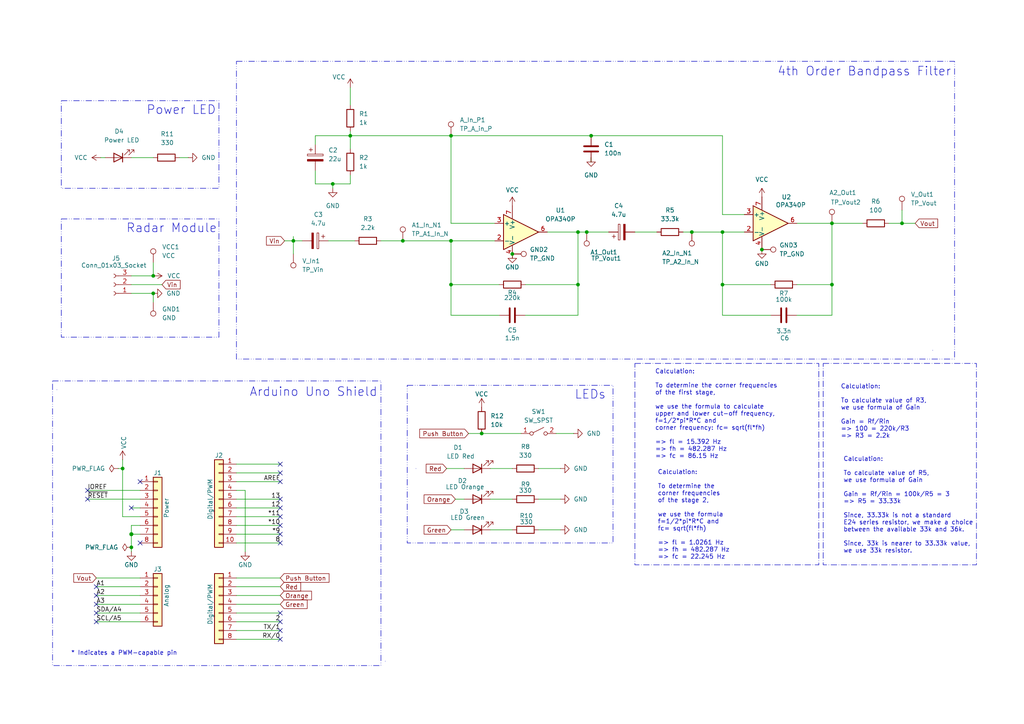
<source format=kicad_sch>
(kicad_sch (version 20231120) (generator "eeschema") (generator_version "8.0")
  (paper "A4")
  (title_block (title "4th Order Bandpass Filter") (date "2024-04-23") (rev "v1.0") (company "Hochschule Darmstadt") (comment 1 "Author: Zaki Sadique"))
  (lib_symbols
    (symbol "Amplifier_Operational:OPA340P" (pin_names (offset 0.127))
      (property "Reference" "U" (at 0 6.35 0))
      (property "Value" "OPA340P" (at 0 3.81 0))
      (symbol "OPA340P_0_1"
        (polyline (pts (xy -5.08 5.08) (xy 5.08 0) (xy -5.08 -5.08) (xy -5.08 5.08)) (stroke (width 0.254)) (fill (type background)))
      )
      (symbol "OPA340P_1_1"
        (pin no_connect line (at -5.08 -2.54 90) (length 2.54) hide (name "NC") (number "1"))
        (pin input line (at -7.62 -2.54 0) (length 2.54) (name "-") (number "2"))
        (pin input line (at -7.62 2.54 0) (length 2.54) (name "+") (number "3"))
        (pin power_in line (at -2.54 -7.62 90) (length 3.81) (name "V-") (number "4"))
        (pin no_connect line (at -2.54 -2.54 90) (length 2.54) hide (name "NC") (number "5"))
        (pin output line (at 7.62 0 180) (length 2.54) (name "~") (number "6"))
        (pin power_in line (at -2.54 7.62 270) (length 3.81) (name "V+") (number "7"))
        (pin no_connect line (at 0 -2.54 90) (length 2.54) hide (name "NC") (number "8"))
      )
    )
    (symbol "Connector:Conn_01x03_Socket" (pin_names (offset 1.016) hide)
      (property "Reference" "J" (at 0 5.08 0))
      (property "Value" "Conn_01x03_Socket" (at 0 -5.08 0))
      (symbol "Conn_01x03_Socket_1_1"
        (arc (start 0 -2.032) (mid -0.5058 -2.54) (end 0 -3.048) (stroke (width 0.1524)))
        (polyline (pts (xy -1.27 -2.54) (xy -0.508 -2.54)) (stroke (width 0.1524)))
        (polyline (pts (xy -1.27 0) (xy -0.508 0)) (stroke (width 0.1524)))
        (polyline (pts (xy -1.27 2.54) (xy -0.508 2.54)) (stroke (width 0.1524)))
        (arc (start 0 0.508) (mid -0.5058 0) (end 0 -0.508) (stroke (width 0.1524)))
        (arc (start 0 3.048) (mid -0.5058 2.54) (end 0 2.032) (stroke (width 0.1524)))
        (pin passive line (at -5.08 2.54 0) (length 3.81) (name "Pin_1") (number "1"))
        (pin passive line (at -5.08 0 0) (length 3.81) (name "Pin_2") (number "2"))
        (pin passive line (at -5.08 -2.54 0) (length 3.81) (name "Pin_3") (number "3"))
      )
    )
    (symbol "Connector:TestPoint" (pin_numbers hide) (pin_names (offset 0.762) hide)
      (property "Reference" "TP" (at 0 6.858 0))
      (property "Value" "TestPoint" (at 0 5.08 0))
      (symbol "TestPoint_0_1"
        (circle (center 0 3.302) (radius 0.762))
      )
      (symbol "TestPoint_1_1"
        (pin passive line (at 0 0 90) (length 2.54) (name "1") (number "1"))
      )
    )
    (symbol "Connector_Generic:Conn_01x06" (pin_names (offset 1.016) hide)
      (property "Reference" "J" (at 0 7.62 0))
      (property "Value" "Conn_01x06" (at 0 -10.16 0))
      (symbol "Conn_01x06_1_1"
        (rectangle (start -1.27 -7.493) (end 0 -7.747) (stroke (width 0.1524)))
        (rectangle (start -1.27 -4.953) (end 0 -5.207) (stroke (width 0.1524)))
        (rectangle (start -1.27 -2.413) (end 0 -2.667) (stroke (width 0.1524)))
        (rectangle (start -1.27 0.127) (end 0 -0.127) (stroke (width 0.1524)))
        (rectangle (start -1.27 2.667) (end 0 2.413) (stroke (width 0.1524)))
        (rectangle (start -1.27 5.207) (end 0 4.953) (stroke (width 0.1524)))
        (rectangle (start -1.27 6.35) (end 1.27 -8.89) (stroke (width 0.254)) (fill (type background)))
        (pin passive line (at -5.08 5.08 0) (length 3.81) (name "Pin_1") (number "1"))
        (pin passive line (at -5.08 2.54 0) (length 3.81) (name "Pin_2") (number "2"))
        (pin passive line (at -5.08 0 0) (length 3.81) (name "Pin_3") (number "3"))
        (pin passive line (at -5.08 -2.54 0) (length 3.81) (name "Pin_4") (number "4"))
        (pin passive line (at -5.08 -5.08 0) (length 3.81) (name "Pin_5") (number "5"))
        (pin passive line (at -5.08 -7.62 0) (length 3.81) (name "Pin_6") (number "6"))
      )
    )
    (symbol "Connector_Generic:Conn_01x08" (pin_names (offset 1.016) hide)
      (property "Reference" "J" (at 0 10.16 0))
      (property "Value" "Conn_01x08" (at 0 -12.7 0))
      (symbol "Conn_01x08_1_1"
        (rectangle (start -1.27 -10.033) (end 0 -10.287) (stroke (width 0.1524)))
        (rectangle (start -1.27 -7.493) (end 0 -7.747) (stroke (width 0.1524)))
        (rectangle (start -1.27 -4.953) (end 0 -5.207) (stroke (width 0.1524)))
        (rectangle (start -1.27 -2.413) (end 0 -2.667) (stroke (width 0.1524)))
        (rectangle (start -1.27 0.127) (end 0 -0.127) (stroke (width 0.1524)))
        (rectangle (start -1.27 2.667) (end 0 2.413) (stroke (width 0.1524)))
        (rectangle (start -1.27 5.207) (end 0 4.953) (stroke (width 0.1524)))
        (rectangle (start -1.27 7.747) (end 0 7.493) (stroke (width 0.1524)))
        (rectangle (start -1.27 8.89) (end 1.27 -11.43) (stroke (width 0.254)) (fill (type background)))
        (pin passive line (at -5.08 7.62 0) (length 3.81) (name "Pin_1") (number "1"))
        (pin passive line (at -5.08 5.08 0) (length 3.81) (name "Pin_2") (number "2"))
        (pin passive line (at -5.08 2.54 0) (length 3.81) (name "Pin_3") (number "3"))
        (pin passive line (at -5.08 0 0) (length 3.81) (name "Pin_4") (number "4"))
        (pin passive line (at -5.08 -2.54 0) (length 3.81) (name "Pin_5") (number "5"))
        (pin passive line (at -5.08 -5.08 0) (length 3.81) (name "Pin_6") (number "6"))
        (pin passive line (at -5.08 -7.62 0) (length 3.81) (name "Pin_7") (number "7"))
        (pin passive line (at -5.08 -10.16 0) (length 3.81) (name "Pin_8") (number "8"))
      )
    )
    (symbol "Connector_Generic:Conn_01x10" (pin_names (offset 1.016) hide)
      (property "Reference" "J" (at 0 12.7 0))
      (property "Value" "Conn_01x10" (at 0 -15.24 0))
      (symbol "Conn_01x10_1_1"
        (rectangle (start -1.27 -12.573) (end 0 -12.827) (stroke (width 0.1524)))
        (rectangle (start -1.27 -10.033) (end 0 -10.287) (stroke (width 0.1524)))
        (rectangle (start -1.27 -7.493) (end 0 -7.747) (stroke (width 0.1524)))
        (rectangle (start -1.27 -4.953) (end 0 -5.207) (stroke (width 0.1524)))
        (rectangle (start -1.27 -2.413) (end 0 -2.667) (stroke (width 0.1524)))
        (rectangle (start -1.27 0.127) (end 0 -0.127) (stroke (width 0.1524)))
        (rectangle (start -1.27 2.667) (end 0 2.413) (stroke (width 0.1524)))
        (rectangle (start -1.27 5.207) (end 0 4.953) (stroke (width 0.1524)))
        (rectangle (start -1.27 7.747) (end 0 7.493) (stroke (width 0.1524)))
        (rectangle (start -1.27 10.287) (end 0 10.033) (stroke (width 0.1524)))
        (rectangle (start -1.27 11.43) (end 1.27 -13.97) (stroke (width 0.254)) (fill (type background)))
        (pin passive line (at -5.08 10.16 0) (length 3.81) (name "Pin_1") (number "1"))
        (pin passive line (at -5.08 -12.7 0) (length 3.81) (name "Pin_10") (number "10"))
        (pin passive line (at -5.08 7.62 0) (length 3.81) (name "Pin_2") (number "2"))
        (pin passive line (at -5.08 5.08 0) (length 3.81) (name "Pin_3") (number "3"))
        (pin passive line (at -5.08 2.54 0) (length 3.81) (name "Pin_4") (number "4"))
        (pin passive line (at -5.08 0 0) (length 3.81) (name "Pin_5") (number "5"))
        (pin passive line (at -5.08 -2.54 0) (length 3.81) (name "Pin_6") (number "6"))
        (pin passive line (at -5.08 -5.08 0) (length 3.81) (name "Pin_7") (number "7"))
        (pin passive line (at -5.08 -7.62 0) (length 3.81) (name "Pin_8") (number "8"))
        (pin passive line (at -5.08 -10.16 0) (length 3.81) (name "Pin_9") (number "9"))
      )
    )
    (symbol "Device:C" (pin_numbers hide) (pin_names (offset 0.254))
      (property "Reference" "C" (at 0.635 2.54 0))
      (property "Value" "C" (at 0.635 -2.54 0))
      (symbol "C_0_1"
        (polyline (pts (xy -2.032 -0.762) (xy 2.032 -0.762)) (stroke (width 0.508)))
        (polyline (pts (xy -2.032 0.762) (xy 2.032 0.762)) (stroke (width 0.508)))
      )
      (symbol "C_1_1"
        (pin passive line (at 0 3.81 270) (length 2.794) (name "~") (number "1"))
        (pin passive line (at 0 -3.81 90) (length 2.794) (name "~") (number "2"))
      )
    )
    (symbol "Device:C_Polarized" (pin_numbers hide) (pin_names (offset 0.254))
      (property "Reference" "C" (at 0.635 2.54 0))
      (property "Value" "C_Polarized" (at 0.635 -2.54 0))
      (symbol "C_Polarized_0_1"
        (rectangle (start -2.286 0.508) (end 2.286 1.016))
        (polyline (pts (xy -1.778 2.286) (xy -0.762 2.286)))
        (polyline (pts (xy -1.27 2.794) (xy -1.27 1.778)))
        (rectangle (start 2.286 -0.508) (end -2.286 -1.016) (fill (type outline)))
      )
      (symbol "C_Polarized_1_1"
        (pin passive line (at 0 3.81 270) (length 2.794) (name "~") (number "1"))
        (pin passive line (at 0 -3.81 90) (length 2.794) (name "~") (number "2"))
      )
    )
    (symbol "Device:LED" (pin_numbers hide) (pin_names (offset 1.016) hide)
      (property "Reference" "D" (at 0 2.54 0))
      (property "Value" "LED" (at 0 -2.54 0))
      (symbol "LED_0_1"
        (polyline (pts (xy -1.27 -1.27) (xy -1.27 1.27)) (stroke (width 0.254)))
        (polyline (pts (xy -1.27 0) (xy 1.27 0)))
        (polyline (pts (xy 1.27 -1.27) (xy 1.27 1.27) (xy -1.27 0) (xy 1.27 -1.27)) (stroke (width 0.254)))
        (polyline (pts (xy -3.048 -0.762) (xy -4.572 -2.286) (xy -3.81 -2.286) (xy -4.572 -2.286) (xy -4.572 -1.524)))
        (polyline (pts (xy -1.778 -0.762) (xy -3.302 -2.286) (xy -2.54 -2.286) (xy -3.302 -2.286) (xy -3.302 -1.524)))
      )
      (symbol "LED_1_1"
        (pin passive line (at -3.81 0 0) (length 2.54) (name "K") (number "1"))
        (pin passive line (at 3.81 0 180) (length 2.54) (name "A") (number "2"))
      )
    )
    (symbol "Device:R" (pin_numbers hide) (pin_names (offset 0))
      (property "Reference" "R" (at 2.032 0 90))
      (property "Value" "R" (at 0 0 90))
      (symbol "R_0_1"
        (rectangle (start -1.016 -2.54) (end 1.016 2.54) (stroke (width 0.254)))
      )
      (symbol "R_1_1"
        (pin passive line (at 0 3.81 270) (length 1.27) (name "~") (number "1"))
        (pin passive line (at 0 -3.81 90) (length 1.27) (name "~") (number "2"))
      )
    )
    (symbol "GND_1" (power) (pin_numbers hide) (pin_names (offset 0) hide)
      (property "Value" "GND" (at 0 -3.81 0))
      (symbol "GND_1_0_1"
        (polyline (pts (xy 0 0) (xy 0 -1.27) (xy 1.27 -1.27) (xy 0 -2.54) (xy -1.27 -1.27) (xy 0 -1.27)))
      )
      (symbol "GND_1_1_1"
        (pin power_in line (at 0 0 270) (length 0) (name "~") (number "1"))
      )
    )
    (symbol "GND_2" (power) (pin_numbers hide) (pin_names (offset 0) hide)
      (property "Value" "GND" (at 0 -3.81 0))
      (symbol "GND_2_0_1"
        (polyline (pts (xy 0 0) (xy 0 -1.27) (xy 1.27 -1.27) (xy 0 -2.54) (xy -1.27 -1.27) (xy 0 -1.27)))
      )
      (symbol "GND_2_1_1"
        (pin power_in line (at 0 0 270) (length 0) (name "~") (number "1"))
      )
    )
    (symbol "GND_3" (power) (pin_numbers hide) (pin_names (offset 0) hide)
      (property "Value" "GND" (at 0 -3.81 0))
      (symbol "GND_3_0_1"
        (polyline (pts (xy 0 0) (xy 0 -1.27) (xy 1.27 -1.27) (xy 0 -2.54) (xy -1.27 -1.27) (xy 0 -1.27)))
      )
      (symbol "GND_3_1_1"
        (pin power_in line (at 0 0 270) (length 0) (name "~") (number "1"))
      )
    )
    (symbol "GND_4" (power) (pin_numbers hide) (pin_names (offset 0) hide)
      (property "Value" "GND" (at 0 -3.81 0))
      (symbol "GND_4_0_1"
        (polyline (pts (xy 0 0) (xy 0 -1.27) (xy 1.27 -1.27) (xy 0 -2.54) (xy -1.27 -1.27) (xy 0 -1.27)))
      )
      (symbol "GND_4_1_1"
        (pin power_in line (at 0 0 270) (length 0) (name "~") (number "1"))
      )
    )
    (symbol "GND_5" (power) (pin_numbers hide) (pin_names (offset 0) hide)
      (property "Value" "GND" (at 0 -3.81 0))
      (symbol "GND_5_0_1"
        (polyline (pts (xy 0 0) (xy 0 -1.27) (xy 1.27 -1.27) (xy 0 -2.54) (xy -1.27 -1.27) (xy 0 -1.27)))
      )
      (symbol "GND_5_1_1"
        (pin power_in line (at 0 0 270) (length 0) (name "~") (number "1"))
      )
    )
    (symbol "Switch:SW_SPST" (pin_names (offset 0) hide)
      (property "Reference" "SW" (at 0 3.175 0))
      (property "Value" "SW_SPST" (at 0 -2.54 0))
      (symbol "SW_SPST_0_0"
        (circle (center -2.032 0) (radius 0.508))
        (polyline (pts (xy -1.524 0.254) (xy 1.524 1.778)))
        (circle (center 2.032 0) (radius 0.508))
      )
      (symbol "SW_SPST_1_1"
        (pin passive line (at -5.08 0 0) (length 2.54) (name "A") (number "1"))
        (pin passive line (at 5.08 0 180) (length 2.54) (name "B") (number "2"))
      )
    )
    (symbol "VCC_1" (power) (pin_numbers hide) (pin_names (offset 0) hide)
      (property "Value" "VCC" (at 0 3.556 0))
      (symbol "VCC_1_0_1"
        (polyline (pts (xy -0.762 1.27) (xy 0 2.54)))
        (polyline (pts (xy 0 0) (xy 0 2.54)))
        (polyline (pts (xy 0 2.54) (xy 0.762 1.27)))
      )
      (symbol "VCC_1_1_1"
        (pin power_in line (at 0 0 90) (length 0) (name "~") (number "1"))
      )
    )
    (symbol "power:+5V" (power) (pin_numbers hide) (pin_names (offset 0) hide)
      (property "Value" "+5V" (at 0 3.556 0))
      (symbol "+5V_0_1"
        (polyline (pts (xy -0.762 1.27) (xy 0 2.54)))
        (polyline (pts (xy 0 0) (xy 0 2.54)))
        (polyline (pts (xy 0 2.54) (xy 0.762 1.27)))
      )
      (symbol "+5V_1_1"
        (pin power_in line (at 0 0 90) (length 0) (name "~") (number "1"))
      )
    )
    (symbol "power:GND" (power) (pin_numbers hide) (pin_names (offset 0) hide)
      (property "Value" "GND" (at 0 -3.81 0))
      (symbol "GND_0_1"
        (polyline (pts (xy 0 0) (xy 0 -1.27) (xy 1.27 -1.27) (xy 0 -2.54) (xy -1.27 -1.27) (xy 0 -1.27)))
      )
      (symbol "GND_1_1"
        (pin power_in line (at 0 0 270) (length 0) (name "~") (number "1"))
      )
    )
    (symbol "power:PWR_FLAG" (power) (pin_numbers hide) (pin_names (offset 0) hide)
      (property "Value" "PWR_FLAG" (at 0 3.81 0))
      (symbol "PWR_FLAG_0_0"
        (pin power_out line (at 0 0 90) (length 0) (name "~") (number "1"))
      )
      (symbol "PWR_FLAG_0_1"
        (polyline (pts (xy 0 0) (xy 0 1.27) (xy -1.016 1.905) (xy 0 2.54) (xy 1.016 1.905) (xy 0 1.27)))
      )
    )
    (symbol "power:VCC" (power) (pin_numbers hide) (pin_names (offset 0) hide)
      (property "Value" "VCC" (at 0 3.556 0))
      (symbol "VCC_0_1"
        (polyline (pts (xy -0.762 1.27) (xy 0 2.54)))
        (polyline (pts (xy 0 0) (xy 0 2.54)))
        (polyline (pts (xy 0 2.54) (xy 0.762 1.27)))
      )
      (symbol "VCC_1_1"
        (pin power_in line (at 0 0 90) (length 0) (name "~") (number "1"))
      )
    )
  )
  (junction (at 170.18 67.31))
  (junction (at 35.56 135.89))
  (junction (at 85.09 69.85))
  (junction (at 130.81 69.85))
  (junction (at 38.1 158.75))
  (junction (at 139.7 125.73))
  (junction (at 38.1 154.94) (diameter 1.016))
  (junction (at 241.3 82.55))
  (junction (at 148.59 73.66))
  (junction (at 200.66 67.31))
  (junction (at 130.81 39.37))
  (junction (at 241.3 64.77))
  (junction (at 167.64 67.31))
  (junction (at 44.45 80.01))
  (junction (at 171.45 39.37))
  (junction (at 209.55 82.55))
  (junction (at 209.55 67.31))
  (junction (at 130.81 82.55))
  (junction (at 220.98 72.39))
  (junction (at 96.52 53.34))
  (junction (at 116.84 69.85))
  (junction (at 261.62 64.77))
  (junction (at 167.64 82.55))
  (junction (at 44.45 85.09))
  (junction (at 101.6 39.37))
  (no_connect (at 81.28 147.32))
  (no_connect (at 81.28 154.94))
  (no_connect (at 81.28 177.8))
  (no_connect (at 38.1 147.32))
  (no_connect (at 81.28 137.16))
  (no_connect (at 27.94 170.18))
  (no_connect (at 27.94 177.8))
  (no_connect (at 81.28 180.34))
  (no_connect (at 81.28 144.78))
  (no_connect (at 40.64 157.48))
  (no_connect (at 81.28 139.7))
  (no_connect (at 81.28 157.48))
  (no_connect (at 27.94 172.72))
  (no_connect (at 25.4 142.24))
  (no_connect (at 27.94 180.34))
  (no_connect (at 81.28 149.86))
  (no_connect (at 81.28 134.62))
  (no_connect (at 40.64 139.7))
  (no_connect (at 81.28 182.88))
  (no_connect (at 81.28 152.4))
  (no_connect (at 25.4 144.78))
  (no_connect (at 27.94 175.26))
  (no_connect (at 81.28 185.42))
  (wire (pts (xy 68.58 185.42) (xy 81.28 185.42)))
  (wire (pts (xy 68.58 152.4) (xy 81.28 152.4)))
  (wire (pts (xy 44.45 76.2) (xy 44.45 80.01)))
  (wire (pts (xy 110.49 69.85) (xy 116.84 69.85)))
  (wire (pts (xy 68.58 134.62) (xy 81.28 134.62)))
  (wire (pts (xy 85.09 69.85) (xy 87.63 69.85)))
  (wire (pts (xy 161.29 125.73) (xy 166.37 125.73)))
  (wire (pts (xy 130.81 64.77) (xy 143.51 64.77)))
  (wire (pts (xy 171.45 46.99) (xy 171.45 45.72)))
  (wire (pts (xy 38.1 152.4) (xy 38.1 154.94)))
  (wire (pts (xy 129.54 135.89) (xy 134.62 135.89)))
  (wire (pts (xy 96.52 54.61) (xy 96.52 53.34)))
  (wire (pts (xy 101.6 38.1) (xy 101.6 39.37)))
  (wire (pts (xy 54.61 45.72) (xy 52.07 45.72)))
  (wire (pts (xy 85.09 69.85) (xy 85.09 68.58)))
  (wire (pts (xy 223.52 91.44) (xy 209.55 91.44)))
  (wire (pts (xy 38.1 85.09) (xy 44.45 85.09)))
  (wire (pts (xy 27.94 180.34) (xy 40.64 180.34)))
  (wire (pts (xy 95.25 69.85) (xy 102.87 69.85)))
  (wire (pts (xy 162.56 153.67) (xy 156.21 153.67)))
  (wire (pts (xy 101.6 39.37) (xy 101.6 43.18)))
  (wire (pts (xy 91.44 39.37) (xy 91.44 41.91)))
  (wire (pts (xy 223.52 82.55) (xy 209.55 82.55)))
  (wire (pts (xy 130.81 64.77) (xy 130.81 39.37)))
  (wire (pts (xy 261.62 60.96) (xy 261.62 64.77)))
  (wire (pts (xy 209.55 67.31) (xy 215.9 67.31)))
  (wire (pts (xy 38.1 154.94) (xy 38.1 158.75)))
  (wire (pts (xy 152.4 91.44) (xy 167.64 91.44)))
  (wire (pts (xy 231.14 91.44) (xy 241.3 91.44)))
  (wire (pts (xy 38.1 45.72) (xy 44.45 45.72)))
  (wire (pts (xy 38.1 147.32) (xy 40.64 147.32)))
  (wire (pts (xy 200.66 67.31) (xy 209.55 67.31)))
  (wire (pts (xy 35.56 149.86) (xy 40.64 149.86)))
  (wire (pts (xy 101.6 39.37) (xy 130.81 39.37)))
  (wire (pts (xy 134.62 153.67) (xy 130.81 153.67)))
  (wire (pts (xy 241.3 64.77) (xy 241.3 82.55)))
  (wire (pts (xy 144.78 82.55) (xy 130.81 82.55)))
  (wire (pts (xy 91.44 53.34) (xy 96.52 53.34)))
  (wire (pts (xy 44.45 87.63) (xy 44.45 85.09)))
  (wire (pts (xy 91.44 49.53) (xy 91.44 53.34)))
  (wire (pts (xy 130.81 69.85) (xy 130.81 82.55)))
  (wire (pts (xy 68.58 144.78) (xy 81.28 144.78)))
  (wire (pts (xy 142.24 135.89) (xy 148.59 135.89)))
  (wire (pts (xy 144.78 91.44) (xy 130.81 91.44)))
  (wire (pts (xy 35.56 133.35) (xy 35.56 135.89)))
  (wire (pts (xy 38.1 80.01) (xy 44.45 80.01)))
  (wire (pts (xy 68.58 167.64) (xy 81.28 167.64)))
  (wire (pts (xy 40.64 167.64) (xy 27.94 167.64)))
  (wire (pts (xy 68.58 147.32) (xy 81.28 147.32)))
  (wire (pts (xy 68.58 170.18) (xy 81.28 170.18)))
  (wire (pts (xy 91.44 39.37) (xy 101.6 39.37)))
  (wire (pts (xy 167.64 82.55) (xy 167.64 91.44)))
  (wire (pts (xy 231.14 82.55) (xy 241.3 82.55)))
  (wire (pts (xy 101.6 25.4) (xy 101.6 30.48)))
  (wire (pts (xy 158.75 67.31) (xy 167.64 67.31)))
  (wire (pts (xy 68.58 154.94) (xy 81.28 154.94)))
  (wire (pts (xy 215.9 62.23) (xy 209.55 62.23)))
  (wire (pts (xy 261.62 64.77) (xy 265.43 64.77)))
  (wire (pts (xy 68.58 175.26) (xy 81.28 175.26)))
  (wire (pts (xy 38.1 82.55) (xy 46.99 82.55)))
  (wire (pts (xy 25.4 142.24) (xy 40.64 142.24)))
  (wire (pts (xy 85.09 69.85) (xy 85.09 73.66)))
  (wire (pts (xy 139.7 125.73) (xy 151.13 125.73)))
  (wire (pts (xy 71.12 142.24) (xy 71.12 160.02)))
  (wire (pts (xy 68.58 139.7) (xy 81.28 139.7)))
  (wire (pts (xy 209.55 62.23) (xy 209.55 39.37)))
  (wire (pts (xy 231.14 64.77) (xy 241.3 64.77)))
  (wire (pts (xy 241.3 64.77) (xy 250.19 64.77)))
  (wire (pts (xy 40.64 172.72) (xy 27.94 172.72)))
  (wire (pts (xy 25.4 144.78) (xy 40.64 144.78)))
  (wire (pts (xy 40.64 154.94) (xy 38.1 154.94)))
  (wire (pts (xy 130.81 82.55) (xy 130.81 91.44)))
  (wire (pts (xy 101.6 50.8) (xy 101.6 53.34)))
  (wire (pts (xy 162.56 135.89) (xy 156.21 135.89)))
  (wire (pts (xy 156.21 144.78) (xy 162.56 144.78)))
  (wire (pts (xy 167.64 67.31) (xy 170.18 67.31)))
  (wire (pts (xy 148.59 73.66) (xy 148.59 74.93)))
  (wire (pts (xy 27.94 170.18) (xy 40.64 170.18)))
  (wire (pts (xy 38.1 158.75) (xy 38.1 160.02)))
  (wire (pts (xy 35.56 135.89) (xy 35.56 149.86)))
  (wire (pts (xy 34.29 135.89) (xy 35.56 135.89)))
  (wire (pts (xy 142.24 144.78) (xy 148.59 144.78)))
  (wire (pts (xy 68.58 142.24) (xy 71.12 142.24)))
  (wire (pts (xy 40.64 152.4) (xy 38.1 152.4)))
  (wire (pts (xy 198.12 67.31) (xy 200.66 67.31)))
  (wire (pts (xy 184.15 67.31) (xy 190.5 67.31)))
  (wire (pts (xy 82.55 69.85) (xy 85.09 69.85)))
  (wire (pts (xy 68.58 149.86) (xy 81.28 149.86)))
  (wire (pts (xy 29.21 45.72) (xy 30.48 45.72)))
  (wire (pts (xy 68.58 172.72) (xy 81.28 172.72)))
  (wire (pts (xy 209.55 67.31) (xy 209.55 82.55)))
  (wire (pts (xy 27.94 175.26) (xy 40.64 175.26)))
  (wire (pts (xy 170.18 67.31) (xy 176.53 67.31)))
  (wire (pts (xy 116.84 69.85) (xy 130.81 69.85)))
  (wire (pts (xy 257.81 64.77) (xy 261.62 64.77)))
  (wire (pts (xy 241.3 82.55) (xy 241.3 91.44)))
  (wire (pts (xy 96.52 53.34) (xy 101.6 53.34)))
  (wire (pts (xy 68.58 137.16) (xy 81.28 137.16)))
  (wire (pts (xy 68.58 180.34) (xy 81.28 180.34)))
  (wire (pts (xy 135.89 125.73) (xy 139.7 125.73)))
  (wire (pts (xy 142.24 153.67) (xy 148.59 153.67)))
  (wire (pts (xy 152.4 82.55) (xy 167.64 82.55)))
  (wire (pts (xy 68.58 177.8) (xy 81.28 177.8)))
  (wire (pts (xy 132.08 144.78) (xy 134.62 144.78)))
  (wire (pts (xy 167.64 67.31) (xy 167.64 82.55)))
  (wire (pts (xy 209.55 82.55) (xy 209.55 91.44)))
  (wire (pts (xy 130.81 39.37) (xy 171.45 39.37)))
  (wire (pts (xy 130.81 69.85) (xy 143.51 69.85)))
  (wire (pts (xy 68.58 182.88) (xy 81.28 182.88)))
  (wire (pts (xy 171.45 39.37) (xy 209.55 39.37)))
  (wire (pts (xy 40.64 177.8) (xy 27.94 177.8)))
  (wire (pts (xy 68.58 157.48) (xy 81.28 157.48)))
  (rectangle (start 238.76 105.41) (end 283.21 163.83) (stroke (width 0) (type dash_dot)))
  (rectangle (start 104.14 193.04) (end 104.14 193.04))
  (rectangle (start 16.51 113.03) (end 16.51 113.03))
  (rectangle (start 111.76 191.77) (end 111.76 191.77))
  (rectangle (start 184.15 105.41) (end 237.49 163.83) (stroke (width 0) (type dash_dot)))
  (rectangle (start 118.11 111.76) (end 177.8 157.48) (stroke (width 0) (type dash_dot_dot)))
  (rectangle (start 120.65 135.89) (end 120.65 135.89))
  (rectangle (start 17.78 63.5) (end 63.5 97.79) (stroke (width 0) (type dash_dot_dot)))
  (rectangle (start 237.49 163.83) (end 237.49 163.83))
  (rectangle (start 270.51 101.6) (end 270.51 101.6))
  (rectangle (start 15.24 110.49) (end 110.49 193.04) (stroke (width 0) (type dash_dot_dot)))
  (rectangle (start 17.78 29.21) (end 63.5 54.61) (stroke (width 0) (type dash_dot_dot)))
  (rectangle (start 68.58 17.78) (end 276.86 104.14) (stroke (width 0) (type dash_dot_dot)))
  (text "Radar Module" (at 49.784 66.294 0) (effects (font (size 2.54 2.54))))
  (text "Calculation:\n\nTo calculate value of R3, \nwe use formula of Gain\n\nGain = Rf/Rin \n=> 100 = 220k/R3\n=> R3 = 2.2k" (at 243.84 119.38 0) (effects (font (size 1.27 1.27)) (justify left)))
  (text "Calculation:\n\nTo determine the \ncorner frequencies\nof the stage 2,\n\nwe use the formula\nf=1/2*pi*R*C and \nfc= sqrt(fl*fh)\n\n=> fl = 1.0261 Hz\n=> fh = 482.287 Hz\n=> fc = 22.245 Hz" (at 190.754 149.352 0) (effects (font (size 1.27 1.27)) (justify left)))
  (text "LEDs" (at 171.196 114.554 0) (effects (font (size 2.54 2.54))))
  (text "Calculation:\n\nTo determine the corner frequencies\nof the first stage,\n\nwe use the formula to calculate\nupper and lower cut-off frequency,\nf=1/2*pi*R*C and \ncorner frequency: fc= sqrt(fl*fh)\n\n=> fl = 15.392 Hz\n=> fh = 482.287 Hz\n=> fc = 86.15 Hz" (at 189.992 120.142 0) (effects (font (size 1.27 1.27)) (justify left)))
  (text "Arduino Uno Shield" (at 90.932 113.792 0) (effects (font (size 2.54 2.54))))
  (text "Calculation:\n\nTo calculate value of R5, \nwe use formula of Gain\n\nGain = Rf/Rin = 100k/R5 = 3\n=> R5 = 33.33k\n\nSince, 33.33k is not a standard \nE24 series resistor, we make a choice \nbetween the available 33k and 36k.\n \nSince, 33k is nearer to 33.33k value, \nwe use 33k resistor." (at 244.602 146.558 0) (effects (font (size 1.27 1.27)) (justify left)))
  (text "Power LED" (at 52.578 32.004 0) (effects (font (size 2.54 2.54))))
  (text "* Indicates a PWM-capable pin" (at 20.574 190.246 0) (effects (font (size 1.27 1.27)) (justify left bottom)))
  (text "4th Order Bandpass Filter" (at 250.698 20.828 0) (effects (font (size 2.54 2.54))))
  (label "RX{slash}0" (at 81.28 185.42 180))
  (label "A2" (at 27.94 172.72 0))
  (label "2" (at 81.28 180.34 180))
  (label "A3" (at 27.94 175.26 0))
  (label "13" (at 81.28 144.78 180))
  (label "12" (at 81.28 147.32 180))
  (label "~{RESET}" (at 25.4 144.78 0))
  (label "*10" (at 81.28 152.4 180))
  (label "8" (at 81.28 157.48 180))
  (label "*11" (at 81.28 149.86 180))
  (label "A1" (at 27.94 170.18 0))
  (label "TX{slash}1" (at 81.28 182.88 180))
  (label "AREF" (at 81.28 139.7 180))
  (label "*9" (at 81.28 154.94 180))
  (label "IOREF" (at 25.4 142.24 0))
  (label "SDA{slash}A4" (at 27.94 177.8 0))
  (label "SCL{slash}A5" (at 27.94 180.34 0))
  (global_label "Push Button" (shape input) (at 81.28 167.64 0) (property "Intersheetrefs" "${INTERSHEET_REFS}" (effects (hide yes))))
  (global_label "Vout" (shape input) (at 265.43 64.77 0) (property "Intersheetrefs" "${INTERSHEET_REFS}" (effects (hide yes))))
  (global_label "Push Button" (shape input) (at 135.89 125.73 180) (property "Intersheetrefs" "${INTERSHEET_REFS}" (effects (hide yes))))
  (global_label "Red" (shape input) (at 81.28 170.18 0) (property "Intersheetrefs" "${INTERSHEET_REFS}" (effects (hide yes))))
  (global_label "Vin" (shape input) (at 82.55 69.85 180) (property "Intersheetrefs" "${INTERSHEET_REFS}" (effects (hide yes))))
  (global_label "Green" (shape input) (at 130.81 153.67 180) (property "Intersheetrefs" "${INTERSHEET_REFS}" (effects (hide yes))))
  (global_label "Red" (shape input) (at 129.54 135.89 180) (property "Intersheetrefs" "${INTERSHEET_REFS}" (effects (hide yes))))
  (global_label "Green" (shape input) (at 81.28 175.26 0) (property "Intersheetrefs" "${INTERSHEET_REFS}" (effects (hide yes))))
  (global_label "Vout" (shape input) (at 27.94 167.64 180) (property "Intersheetrefs" "${INTERSHEET_REFS}" (effects (hide yes))))
  (global_label "Orange" (shape input) (at 81.28 172.72 0) (property "Intersheetrefs" "${INTERSHEET_REFS}" (effects (hide yes))))
  (global_label "Vin" (shape input) (at 46.99 82.55 0) (property "Intersheetrefs" "${INTERSHEET_REFS}" (effects (hide yes))))
  (global_label "Orange" (shape input) (at 132.08 144.78 180) (property "Intersheetrefs" "${INTERSHEET_REFS}" (effects (hide yes))))
  (symbol (lib_id "Connector_Generic:Conn_01x08") (at 45.72 147.32 0) (unit 1)
    (property "Reference" "J1" (at 45.72 137.16 0))
    (property "Value" "Power" (at 48.26 147.32 90))
    (property "Footprint" "Connector_PinHeader_2.54mm:PinHeader_1x08_P2.54mm_Vertical" (effects (hide yes)))
  )
  (symbol (lib_id "power:+5V") (at 35.56 133.35 0) (unit 1)
    (property "Reference" "#PWR02" (effects (hide yes)))
    (property "Value" "VCC" (at 35.9156 130.302 90) (effects (justify left)))
    (property "Description" "Power symbol creates a global label with name \"+5V\"" (effects (hide yes)))
  )
  (symbol (lib_name "GND_5") (lib_id "power:GND") (at 38.1 160.02 0) (unit 1)
    (property "Reference" "#PWR04" (effects (hide yes)))
    (property "Value" "GND" (at 38.1 163.83 0))
    (property "Description" "Power symbol creates a global label with name \"GND\" , ground" (effects (hide yes)))
  )
  (symbol (lib_id "Connector_Generic:Conn_01x10") (at 63.5 144.78 0) (mirror y) (unit 1)
    (property "Reference" "J2" (at 63.5 132.08 0))
    (property "Value" "Digital/PWM" (at 60.96 144.78 90))
    (property "Footprint" "Connector_PinHeader_2.54mm:PinHeader_1x10_P2.54mm_Vertical" (effects (hide yes)))
  )
  (symbol (lib_id "power:GND") (at 71.12 160.02 0) (unit 1)
    (property "Reference" "#PWR05" (effects (hide yes)))
    (property "Value" "GND" (at 71.12 163.83 0))
    (property "Description" "Power symbol creates a global label with name \"GND\" , ground" (effects (hide yes)))
  )
  (symbol (lib_id "Connector_Generic:Conn_01x06") (at 45.72 172.72 0) (unit 1)
    (property "Reference" "J3" (at 45.72 165.1 0))
    (property "Value" "Analog" (at 48.26 172.72 90))
    (property "Footprint" "Connector_PinHeader_2.54mm:PinHeader_1x06_P2.54mm_Vertical" (effects (hide yes)))
  )
  (symbol (lib_id "Connector_Generic:Conn_01x08") (at 63.5 175.26 0) (mirror y) (unit 1)
    (property "Reference" "J4" (effects (hide yes)))
    (property "Value" "Digital/PWM" (at 60.96 175.26 90))
    (property "Footprint" "Connector_PinHeader_2.54mm:PinHeader_1x08_P2.54mm_Vertical" (effects (hide yes)))
  )
  (symbol (lib_id "Device:LED") (at 138.43 144.78 180) (unit 1)
    (property "Reference" "D2" (at 134.112 139.446 0))
    (property "Value" "LED Orange" (at 134.874 141.224 0))
    (property "Footprint" "LED_THT:LED_D5.0mm" (effects (hide yes)))
    (property "Description" "Light emitting diode" (effects (hide yes)))
    (property "Sim.Device" "D" (effects (hide yes)))
    (property "Sim.Pins" "1=A 2=K" (effects (hide yes)))
  )
  (symbol (lib_id "Device:LED") (at 34.29 45.72 180) (unit 1)
    (property "Reference" "D4" (at 34.544 38.1 0))
    (property "Value" "Power LED" (at 35.306 40.64 0))
    (property "Footprint" "LED_THT:LED_D5.0mm" (effects (hide yes)))
    (property "Description" "Light emitting diode" (effects (hide yes)))
    (property "Sim.Device" "D" (effects (hide yes)))
    (property "Sim.Pins" "1=A 2=K" (effects (hide yes)))
  )
  (symbol (lib_id "Device:R") (at 48.26 45.72 90) (unit 1)
    (property "Reference" "R11" (at 48.514 38.862 90))
    (property "Value" "330" (at 48.514 41.402 90))
    (property "Footprint" "Resistor_THT:R_Axial_DIN0207_L6.3mm_D2.5mm_P7.62mm_Horizontal" (effects (hide yes)))
    (property "Description" "Resistor" (effects (hide yes)))
  )
  (symbol (lib_id "Device:LED") (at 138.43 153.67 180) (unit 1)
    (property "Reference" "D3" (at 134.62 148.336 0))
    (property "Value" "LED Green" (at 135.636 150.114 0))
    (property "Footprint" "LED_THT:LED_D5.0mm" (effects (hide yes)))
    (property "Description" "Light emitting diode" (effects (hide yes)))
    (property "Sim.Device" "D" (effects (hide yes)))
    (property "Sim.Pins" "1=A 2=K" (effects (hide yes)))
  )
  (symbol (lib_name "GND_4") (lib_id "power:GND") (at 220.98 72.39 0) (unit 1)
    (property "Reference" "#PWR08" (effects (hide yes)))
    (property "Value" "GND" (at 220.98 76.454 0))
    (property "Description" "Power symbol creates a global label with name \"GND\" , ground" (effects (hide yes)))
  )
  (symbol (lib_id "Connector:Conn_01x03_Socket") (at 33.02 82.55 180) (unit 1)
    (property "Reference" "J5" (at 33.655 74.93 0))
    (property "Value" "Conn_01x03_Socket" (at 33.02 76.962 0))
    (property "Footprint" "Connector_PinSocket_2.54mm:PinSocket_1x03_P2.54mm_Horizontal" (effects (hide yes)))
    (property "Description" "Generic connector, single row, 01x03, script generated" (effects (hide yes)))
  )
  (symbol (lib_id "power:GND") (at 162.56 135.89 90) (unit 1)
    (property "Reference" "#PWR013" (effects (hide yes)))
    (property "Value" "GND" (at 166.37 135.8901 90) (effects (justify right)))
    (property "Description" "Power symbol creates a global label with name \"GND\" , ground" (effects (hide yes)))
  )
  (symbol (lib_id "power:PWR_FLAG") (at 38.1 158.75 90) (unit 1)
    (property "Reference" "#FLG03" (effects (hide yes)))
    (property "Value" "PWR_FLAG" (at 34.29 158.7499 90) (effects (justify left)))
    (property "Description" "Special symbol for telling ERC where power comes from" (effects (hide yes)))
  )
  (symbol (lib_id "Amplifier_Operational:OPA340P") (at 223.52 64.77 0) (unit 1)
    (property "Reference" "U2" (at 228.092 57.15 0))
    (property "Value" "OPA340P" (at 229.362 59.436 0))
    (property "Footprint" "Package_DIP:DIP-8_W7.62mm" (effects (hide yes)))
    (property "Datasheet" "http://www.ti.com/lit/ds/symlink/opa340.pdf" (effects (hide yes)))
    (property "Description" "Single Single-Supply, Rail-to-Rail Operational Amplifier, MicroAmplifier Series, DIP-8" (effects (hide yes)))
  )
  (symbol (lib_id "Connector:TestPoint") (at 241.3 64.77 0) (unit 1)
    (property "Reference" "A2_Out1" (at 248.412 55.88 0) (effects (justify right)))
    (property "Value" "TP_Vout2" (at 249.682 58.674 0) (effects (justify right)))
    (property "Footprint" "Connector_PinHeader_2.54mm:PinHeader_1x01_P2.54mm_Vertical" (effects (hide yes)))
    (property "Description" "test point" (effects (hide yes)))
  )
  (symbol (lib_id "Device:C") (at 148.59 91.44 90) (unit 1)
    (property "Reference" "C5" (at 148.59 95.758 90))
    (property "Value" "1.5n" (at 148.59 98.044 90))
    (property "Footprint" "Capacitor_THT:C_Rect_L7.2mm_W3.0mm_P5.00mm_FKS2_FKP2_MKS2_MKP2" (effects (hide yes)))
    (property "Description" "Unpolarized capacitor" (effects (hide yes)))
  )
  (symbol (lib_id "power:VCC") (at 220.98 57.15 0) (unit 1)
    (property "Reference" "#PWR011" (effects (hide yes)))
    (property "Value" "VCC" (at 220.98 52.07 0))
    (property "Description" "Power symbol creates a global label with name \"VCC\"" (effects (hide yes)))
  )
  (symbol (lib_id "Connector:TestPoint") (at 148.59 73.66 270) (unit 1)
    (property "Reference" "GND2" (at 153.67 72.3899 90) (effects (justify left)))
    (property "Value" "TP_GND" (at 153.67 74.9299 90) (effects (justify left)))
    (property "Footprint" "Connector_PinHeader_2.54mm:PinHeader_1x01_P2.54mm_Vertical" (effects (hide yes)))
    (property "Description" "test point" (effects (hide yes)))
  )
  (symbol (lib_id "Device:R") (at 139.7 121.92 180) (unit 1)
    (property "Reference" "R12" (at 142.24 120.6499 0) (effects (justify right)))
    (property "Value" "10k" (at 142.24 123.1899 0) (effects (justify right)))
    (property "Footprint" "Resistor_THT:R_Axial_DIN0207_L6.3mm_D2.5mm_P7.62mm_Horizontal" (effects (hide yes)))
    (property "Description" "Resistor" (effects (hide yes)))
  )
  (symbol (lib_id "Device:R") (at 194.31 67.31 90) (unit 1)
    (property "Reference" "R5" (at 194.31 60.96 90))
    (property "Value" "33.3k" (at 194.31 63.5 90))
    (property "Footprint" "Resistor_THT:R_Axial_DIN0207_L6.3mm_D2.5mm_P7.62mm_Horizontal" (effects (hide yes)))
    (property "Description" "Resistor" (effects (hide yes)))
  )
  (symbol (lib_id "Device:R") (at 152.4 135.89 90) (unit 1)
    (property "Reference" "R8" (at 152.4 129.54 90))
    (property "Value" "330" (at 152.4 132.08 90))
    (property "Footprint" "Resistor_THT:R_Axial_DIN0207_L6.3mm_D2.5mm_P7.62mm_Horizontal" (effects (hide yes)))
    (property "Description" "Resistor" (effects (hide yes)))
  )
  (symbol (lib_name "VCC_1") (lib_id "power:VCC") (at 101.6 25.4 0) (unit 1)
    (property "Reference" "#PWR07" (effects (hide yes)))
    (property "Value" "VCC" (at 98.298 22.352 0))
    (property "Description" "Power symbol creates a global label with name \"VCC\"" (effects (hide yes)))
  )
  (symbol (lib_name "GND_2") (lib_id "power:GND") (at 148.59 73.66 0) (unit 1)
    (property "Reference" "#PWR01" (effects (hide yes)))
    (property "Value" "GND" (at 148.59 77.47 0))
    (property "Description" "Power symbol creates a global label with name \"GND\" , ground" (effects (hide yes)))
  )
  (symbol (lib_id "power:VCC") (at 44.45 80.01 270) (unit 1)
    (property "Reference" "#PWR016" (effects (hide yes)))
    (property "Value" "VCC" (at 48.514 80.01 90) (effects (justify left)))
    (property "Description" "Power symbol creates a global label with name \"VCC\"" (effects (hide yes)))
  )
  (symbol (lib_id "power:GND") (at 162.56 153.67 90) (unit 1)
    (property "Reference" "#PWR015" (effects (hide yes)))
    (property "Value" "GND" (at 166.37 153.6701 90) (effects (justify right)))
    (property "Description" "Power symbol creates a global label with name \"GND\" , ground" (effects (hide yes)))
  )
  (symbol (lib_id "Device:R") (at 152.4 153.67 270) (unit 1)
    (property "Reference" "R10" (at 152.654 149.606 90))
    (property "Value" "330" (at 152.654 151.384 90))
    (property "Footprint" "Resistor_THT:R_Axial_DIN0207_L6.3mm_D2.5mm_P7.62mm_Horizontal" (effects (hide yes)))
    (property "Description" "Resistor" (effects (hide yes)))
  )
  (symbol (lib_id "Device:R") (at 106.68 69.85 90) (unit 1)
    (property "Reference" "R3" (at 106.68 63.5 90))
    (property "Value" "2.2k" (at 106.68 66.04 90))
    (property "Footprint" "Resistor_THT:R_Axial_DIN0207_L6.3mm_D2.5mm_P7.62mm_Horizontal" (effects (hide yes)))
    (property "Description" "Resistor" (effects (hide yes)))
  )
  (symbol (lib_id "Switch:SW_SPST") (at 156.21 125.73 0) (unit 1)
    (property "Reference" "SW1" (at 156.21 119.38 0))
    (property "Value" "SW_SPST" (at 156.21 121.92 0))
    (property "Footprint" "Button_Switch_THT:SW_PUSH_6mm" (effects (hide yes)))
    (property "Description" "Single Pole Single Throw (SPST) switch" (effects (hide yes)))
  )
  (symbol (lib_id "power:GND") (at 162.56 144.78 90) (unit 1)
    (property "Reference" "#PWR014" (effects (hide yes)))
    (property "Value" "GND" (at 166.37 144.7801 90) (effects (justify right)))
    (property "Description" "Power symbol creates a global label with name \"GND\" , ground" (effects (hide yes)))
  )
  (symbol (lib_name "GND_3") (lib_id "power:GND") (at 171.45 45.72 0) (unit 1)
    (property "Reference" "#PWR09" (effects (hide yes)))
    (property "Value" "GND" (at 171.45 50.8 0))
    (property "Description" "Power symbol creates a global label with name \"GND\" , ground" (effects (hide yes)))
  )
  (symbol (lib_id "Device:R") (at 254 64.77 90) (unit 1)
    (property "Reference" "R6" (at 254 58.42 90))
    (property "Value" "100" (at 254 60.96 90))
    (property "Footprint" "Resistor_THT:R_Axial_DIN0207_L6.3mm_D2.5mm_P7.62mm_Horizontal" (effects (hide yes)))
    (property "Description" "Resistor" (effects (hide yes)))
  )
  (symbol (lib_id "power:GND") (at 166.37 125.73 90) (unit 1)
    (property "Reference" "#PWR012" (effects (hide yes)))
    (property "Value" "GND" (at 172.212 125.73 90))
    (property "Description" "Power symbol creates a global label with name \"GND\" , ground" (effects (hide yes)))
  )
  (symbol (lib_id "Device:R") (at 152.4 144.78 270) (unit 1)
    (property "Reference" "R9" (at 152.4 140.462 90))
    (property "Value" "330" (at 152.4 142.24 90))
    (property "Footprint" "Resistor_THT:R_Axial_DIN0207_L6.3mm_D2.5mm_P7.62mm_Horizontal" (effects (hide yes)))
    (property "Description" "Resistor" (effects (hide yes)))
  )
  (symbol (lib_id "Amplifier_Operational:OPA340P") (at 151.13 67.31 0) (unit 1)
    (property "Reference" "U1" (at 162.56 60.9914 0))
    (property "Value" "OPA340P" (at 162.56 63.5314 0))
    (property "Footprint" "Package_DIP:DIP-8_W7.62mm" (effects (hide yes)))
    (property "Datasheet" "http://www.ti.com/lit/ds/symlink/opa340.pdf" (effects (hide yes)))
    (property "Description" "Single Single-Supply, Rail-to-Rail Operational Amplifier, MicroAmplifier Series, DIP-8" (effects (hide yes)))
  )
  (symbol (lib_id "Connector:TestPoint") (at 85.09 73.66 180) (unit 1)
    (property "Reference" "V_In1" (at 87.63 75.6919 0) (effects (justify right)))
    (property "Value" "TP_Vin" (at 87.63 78.2319 0) (effects (justify right)))
    (property "Footprint" "Connector_PinHeader_2.54mm:PinHeader_1x01_P2.54mm_Vertical" (effects (hide yes)))
    (property "Description" "test point" (effects (hide yes)))
  )
  (symbol (lib_id "Device:R") (at 101.6 34.29 0) (unit 1)
    (property "Reference" "R1" (at 104.14 33.0199 0) (effects (justify left)))
    (property "Value" "1k" (at 104.14 35.5599 0) (effects (justify left)))
    (property "Footprint" "Resistor_THT:R_Axial_DIN0207_L6.3mm_D2.5mm_P7.62mm_Horizontal" (effects (hide yes)))
    (property "Description" "Resistor" (effects (hide yes)))
  )
  (symbol (lib_id "power:GND") (at 54.61 45.72 90) (unit 1)
    (property "Reference" "#PWR019" (effects (hide yes)))
    (property "Value" "GND" (at 58.42 45.7199 90) (effects (justify right)))
    (property "Description" "Power symbol creates a global label with name \"GND\" , ground" (effects (hide yes)))
  )
  (symbol (lib_id "Device:C_Polarized") (at 180.34 67.31 90) (unit 1)
    (property "Reference" "C4" (at 179.451 59.69 90))
    (property "Value" "4.7u" (at 179.451 62.23 90))
    (property "Footprint" "Capacitor_THT:CP_Radial_D10.0mm_P2.50mm" (effects (hide yes)))
    (property "Description" "Polarized capacitor" (effects (hide yes)))
  )
  (symbol (lib_id "Connector:TestPoint") (at 170.18 67.31 180) (unit 1)
    (property "Reference" "A1_Out1" (at 171.196 73.1521 0) (effects (justify right)))
    (property "Value" "TP_Vout1" (at 171.45 74.93 0) (effects (justify right)))
    (property "Footprint" "Connector_PinHeader_2.54mm:PinHeader_1x01_P2.54mm_Vertical" (effects (hide yes)))
    (property "Description" "test point" (effects (hide yes)))
  )
  (symbol (lib_id "power:PWR_FLAG") (at 34.29 135.89 90) (unit 1)
    (property "Reference" "#FLG01" (effects (hide yes)))
    (property "Value" "PWR_FLAG" (at 30.48 135.8899 90) (effects (justify left)))
    (property "Description" "Special symbol for telling ERC where power comes from" (effects (hide yes)))
  )
  (symbol (lib_id "Device:R") (at 227.33 82.55 90) (unit 1)
    (property "Reference" "R7" (at 227.33 85.09 90))
    (property "Value" "100k" (at 227.33 86.868 90))
    (property "Footprint" "Resistor_THT:R_Axial_DIN0207_L6.3mm_D2.5mm_P7.62mm_Horizontal" (effects (hide yes)))
    (property "Description" "Resistor" (effects (hide yes)))
  )
  (symbol (lib_id "Device:R") (at 101.6 46.99 0) (unit 1)
    (property "Reference" "R2" (at 104.14 45.7199 0) (effects (justify left)))
    (property "Value" "1k" (at 104.14 48.2599 0) (effects (justify left)))
    (property "Footprint" "Resistor_THT:R_Axial_DIN0207_L6.3mm_D2.5mm_P7.62mm_Horizontal" (effects (hide yes)))
    (property "Description" "Resistor" (effects (hide yes)))
  )
  (symbol (lib_id "Connector:TestPoint") (at 220.98 72.39 270) (unit 1)
    (property "Reference" "GND3" (at 226.06 71.1199 90) (effects (justify left)))
    (property "Value" "TP_GND" (at 226.06 73.6599 90) (effects (justify left)))
    (property "Footprint" "Connector_PinHeader_2.54mm:PinHeader_1x01_P2.54mm_Vertical" (effects (hide yes)))
    (property "Description" "test point" (effects (hide yes)))
  )
  (symbol (lib_id "power:VCC") (at 139.7 118.11 0) (unit 1)
    (property "Reference" "#PWR03" (effects (hide yes)))
    (property "Value" "VCC" (at 139.7 114.3 0))
    (property "Description" "Power symbol creates a global label with name \"VCC\"" (effects (hide yes)))
  )
  (symbol (lib_id "Connector:TestPoint") (at 261.62 60.96 0) (unit 1)
    (property "Reference" "V_Out1" (at 264.16 56.3879 0) (effects (justify left)))
    (property "Value" "TP_Vout" (at 264.16 58.9279 0) (effects (justify left)))
    (property "Footprint" "Connector_PinHeader_2.54mm:PinHeader_1x01_P2.54mm_Vertical" (effects (hide yes)))
    (property "Description" "test point" (effects (hide yes)))
  )
  (symbol (lib_id "Connector:TestPoint") (at 200.66 67.31 180) (unit 1)
    (property "Reference" "A2_In_N1" (at 192.024 73.406 0) (effects (justify right)))
    (property "Value" "TP_A2_In_N" (at 192.024 75.946 0) (effects (justify right)))
    (property "Footprint" "Connector_PinHeader_2.54mm:PinHeader_1x01_P2.54mm_Vertical" (effects (hide yes)))
    (property "Description" "test point" (effects (hide yes)))
  )
  (symbol (lib_id "Connector:TestPoint") (at 116.84 69.85 0) (unit 1)
    (property "Reference" "A1_In_N1" (at 119.38 65.2779 0) (effects (justify left)))
    (property "Value" "TP_A1_In_N" (at 119.38 67.8179 0) (effects (justify left)))
    (property "Footprint" "Connector_PinHeader_2.54mm:PinHeader_1x01_P2.54mm_Vertical" (effects (hide yes)))
    (property "Description" "test point" (effects (hide yes)))
  )
  (symbol (lib_id "power:VCC") (at 29.21 45.72 90) (unit 1)
    (property "Reference" "#PWR018" (effects (hide yes)))
    (property "Value" "VCC" (at 25.4 45.7199 90) (effects (justify left)))
    (property "Description" "Power symbol creates a global label with name \"VCC\"" (effects (hide yes)))
  )
  (symbol (lib_id "Device:C") (at 171.45 43.18 0) (unit 1)
    (property "Reference" "C1" (at 175.26 41.9099 0) (effects (justify left)))
    (property "Value" "100n" (at 175.26 44.4499 0) (effects (justify left)))
    (property "Footprint" "Capacitor_THT:C_Rect_L7.2mm_W3.0mm_P5.00mm_FKS2_FKP2_MKS2_MKP2" (effects (hide yes)))
    (property "Description" "Unpolarized capacitor" (effects (hide yes)))
  )
  (symbol (lib_id "Connector:TestPoint") (at 130.81 39.37 0) (unit 1)
    (property "Reference" "A_In_P1" (at 133.35 34.7979 0) (effects (justify left)))
    (property "Value" "TP_A_in_P" (at 133.35 37.3379 0) (effects (justify left)))
    (property "Footprint" "Connector_PinHeader_2.54mm:PinHeader_1x01_P2.54mm_Vertical" (effects (hide yes)))
    (property "Description" "test point" (effects (hide yes)))
  )
  (symbol (lib_id "Device:C") (at 227.33 91.44 90) (unit 1)
    (property "Reference" "C6" (at 227.584 98.044 90))
    (property "Value" "3.3n" (at 227.33 96.012 90))
    (property "Footprint" "Capacitor_THT:C_Rect_L7.2mm_W3.0mm_P5.00mm_FKS2_FKP2_MKS2_MKP2" (effects (hide yes)))
    (property "Description" "Unpolarized capacitor" (effects (hide yes)))
  )
  (symbol (lib_id "Device:LED") (at 138.43 135.89 180) (unit 1)
    (property "Reference" "D1" (at 132.842 129.794 0))
    (property "Value" "LED Red" (at 133.604 132.334 0))
    (property "Footprint" "LED_THT:LED_D5.0mm" (effects (hide yes)))
    (property "Description" "Light emitting diode" (effects (hide yes)))
    (property "Sim.Device" "D" (effects (hide yes)))
    (property "Sim.Pins" "1=A 2=K" (effects (hide yes)))
  )
  (symbol (lib_id "Device:C_Polarized") (at 91.44 45.72 0) (unit 1)
    (property "Reference" "C2" (at 95.25 43.5609 0) (effects (justify left)))
    (property "Value" "22u" (at 95.25 46.1009 0) (effects (justify left)))
    (property "Footprint" "Capacitor_THT:CP_Radial_D10.0mm_P2.50mm" (effects (hide yes)))
    (property "Description" "Polarized capacitor" (effects (hide yes)))
  )
  (symbol (lib_id "Connector:TestPoint") (at 44.45 76.2 0) (unit 1)
    (property "Reference" "VCC1" (at 46.99 71.6279 0) (effects (justify left)))
    (property "Value" "VCC" (at 46.99 74.1679 0) (effects (justify left)))
    (property "Footprint" "Connector_PinHeader_2.54mm:PinHeader_1x01_P2.54mm_Vertical" (effects (hide yes)))
    (property "Description" "test point" (effects (hide yes)))
  )
  (symbol (lib_id "Device:R") (at 148.59 82.55 90) (unit 1)
    (property "Reference" "R4" (at 148.59 84.836 90))
    (property "Value" "220k" (at 148.59 86.36 90))
    (property "Footprint" "Resistor_THT:R_Axial_DIN0207_L6.3mm_D2.5mm_P7.62mm_Horizontal" (effects (hide yes)))
    (property "Description" "Resistor" (effects (hide yes)))
  )
  (symbol (lib_id "Connector:TestPoint") (at 44.45 87.63 180) (unit 1)
    (property "Reference" "GND1" (at 46.99 89.6619 0) (effects (justify right)))
    (property "Value" "GND" (at 46.99 92.2019 0) (effects (justify right)))
    (property "Footprint" "Connector_PinHeader_2.54mm:PinHeader_1x01_P2.54mm_Vertical" (effects (hide yes)))
    (property "Description" "test point" (effects (hide yes)))
  )
  (symbol (lib_id "power:VCC") (at 148.59 59.69 0) (unit 1)
    (property "Reference" "#PWR010" (effects (hide yes)))
    (property "Value" "VCC" (at 148.59 55.118 0))
    (property "Description" "Power symbol creates a global label with name \"VCC\"" (effects (hide yes)))
  )
  (symbol (lib_id "Device:C_Polarized") (at 91.44 69.85 270) (unit 1)
    (property "Reference" "C3" (at 92.329 62.23 90))
    (property "Value" "4.7u" (at 92.329 64.77 90))
    (property "Footprint" "Capacitor_THT:CP_Radial_D10.0mm_P2.50mm" (effects (hide yes)))
    (property "Description" "Polarized capacitor" (effects (hide yes)))
  )
  (symbol (lib_id "power:GND") (at 44.45 85.09 90) (unit 1)
    (property "Reference" "#PWR017" (effects (hide yes)))
    (property "Value" "GND" (at 48.26 85.0899 90) (effects (justify right)))
    (property "Description" "Power symbol creates a global label with name \"GND\" , ground" (effects (hide yes)))
  )
  (symbol (lib_name "GND_1") (lib_id "power:GND") (at 96.52 54.61 0) (unit 1)
    (property "Reference" "#PWR06" (effects (hide yes)))
    (property "Value" "GND" (at 96.52 59.69 0))
    (property "Description" "Power symbol creates a global label with name \"GND\" , ground" (effects (hide yes)))
  )
)
</source>
